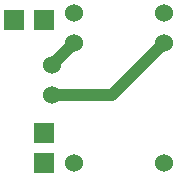
<source format=gbl>
G04 #@! TF.GenerationSoftware,KiCad,Pcbnew,(5.1.6)-1*
G04 #@! TF.CreationDate,2020-05-31T12:00:00+09:00*
G04 #@! TF.ProjectId,NOT,4e4f542e-6b69-4636-9164-5f7063625858,rev?*
G04 #@! TF.SameCoordinates,Original*
G04 #@! TF.FileFunction,Copper,L2,Bot*
G04 #@! TF.FilePolarity,Positive*
%FSLAX46Y46*%
G04 Gerber Fmt 4.6, Leading zero omitted, Abs format (unit mm)*
G04 Created by KiCad (PCBNEW (5.1.6)-1) date 2020-05-31 12:00:00*
%MOMM*%
%LPD*%
G01*
G04 APERTURE LIST*
G04 #@! TA.AperFunction,ComponentPad*
%ADD10C,1.524000*%
G04 #@! TD*
G04 #@! TA.AperFunction,ComponentPad*
%ADD11R,1.700000X1.700000*%
G04 #@! TD*
G04 #@! TA.AperFunction,Conductor*
%ADD12C,1.000000*%
G04 #@! TD*
G04 APERTURE END LIST*
D10*
X130175000Y-78105000D03*
X130175000Y-80645000D03*
D11*
X129540000Y-83820000D03*
X129540000Y-86360000D03*
X127000000Y-74260000D03*
X129540000Y-74260000D03*
D10*
X132080000Y-73660000D03*
X139700000Y-73660000D03*
X139700000Y-76200000D03*
X132080000Y-76200000D03*
X132080000Y-86360000D03*
X139700000Y-86360000D03*
D12*
X130175000Y-78105000D02*
X132080000Y-76200000D01*
X135255000Y-80645000D02*
X139700000Y-76200000D01*
X130175000Y-80645000D02*
X135255000Y-80645000D01*
M02*

</source>
